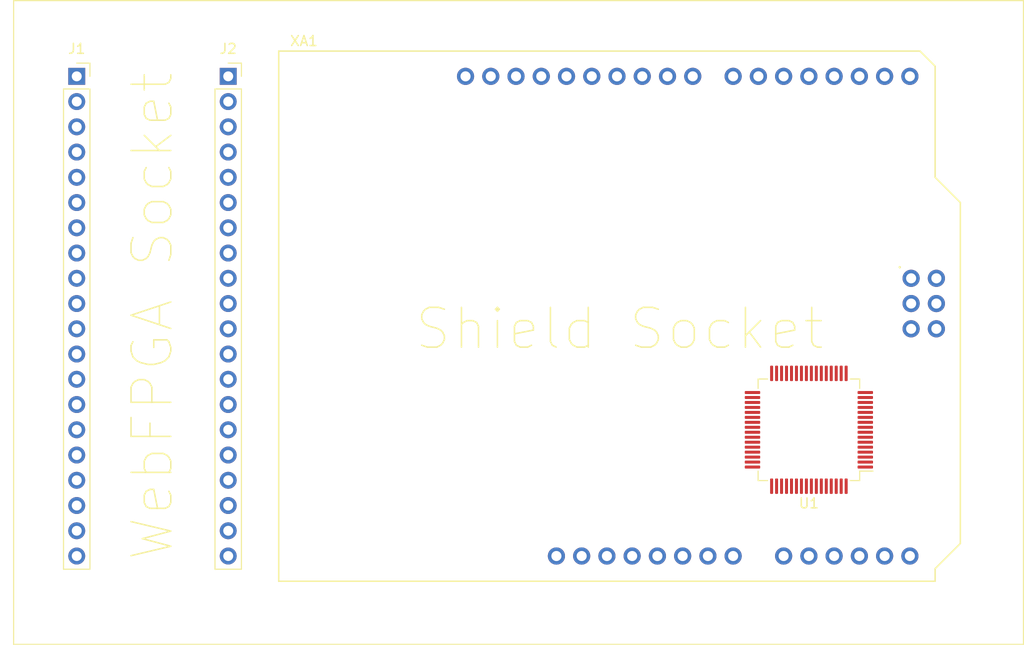
<source format=kicad_pcb>
(kicad_pcb (version 20171130) (host pcbnew 5.1.2)

  (general
    (thickness 1.6)
    (drawings 6)
    (tracks 0)
    (zones 0)
    (modules 4)
    (nets 116)
  )

  (page A4)
  (layers
    (0 F.Cu signal)
    (31 B.Cu signal)
    (32 B.Adhes user)
    (33 F.Adhes user)
    (34 B.Paste user)
    (35 F.Paste user)
    (36 B.SilkS user)
    (37 F.SilkS user)
    (38 B.Mask user)
    (39 F.Mask user)
    (40 Dwgs.User user)
    (41 Cmts.User user)
    (42 Eco1.User user)
    (43 Eco2.User user)
    (44 Edge.Cuts user)
    (45 Margin user)
    (46 B.CrtYd user)
    (47 F.CrtYd user)
    (48 B.Fab user)
    (49 F.Fab user)
  )

  (setup
    (last_trace_width 0.25)
    (trace_clearance 0.2)
    (zone_clearance 0.508)
    (zone_45_only no)
    (trace_min 0.2)
    (via_size 0.8)
    (via_drill 0.4)
    (via_min_size 0.4)
    (via_min_drill 0.3)
    (uvia_size 0.3)
    (uvia_drill 0.1)
    (uvias_allowed no)
    (uvia_min_size 0.2)
    (uvia_min_drill 0.1)
    (edge_width 0.05)
    (segment_width 0.2)
    (pcb_text_width 0.3)
    (pcb_text_size 1.5 1.5)
    (mod_edge_width 0.12)
    (mod_text_size 1 1)
    (mod_text_width 0.15)
    (pad_size 1.524 1.524)
    (pad_drill 0.762)
    (pad_to_mask_clearance 0.051)
    (solder_mask_min_width 0.25)
    (aux_axis_origin 0 0)
    (visible_elements FFFFFF7F)
    (pcbplotparams
      (layerselection 0x010fc_ffffffff)
      (usegerberextensions false)
      (usegerberattributes false)
      (usegerberadvancedattributes false)
      (creategerberjobfile false)
      (excludeedgelayer true)
      (linewidth 0.100000)
      (plotframeref false)
      (viasonmask false)
      (mode 1)
      (useauxorigin false)
      (hpglpennumber 1)
      (hpglpenspeed 20)
      (hpglpendiameter 15.000000)
      (psnegative false)
      (psa4output false)
      (plotreference true)
      (plotvalue true)
      (plotinvisibletext false)
      (padsonsilk false)
      (subtractmaskfromsilk false)
      (outputformat 1)
      (mirror false)
      (drillshape 1)
      (scaleselection 1)
      (outputdirectory ""))
  )

  (net 0 "")
  (net 1 "Net-(J1-Pad20)")
  (net 2 "Net-(J1-Pad19)")
  (net 3 "Net-(J1-Pad18)")
  (net 4 "Net-(J1-Pad17)")
  (net 5 "Net-(J1-Pad16)")
  (net 6 "Net-(J1-Pad15)")
  (net 7 "Net-(J1-Pad14)")
  (net 8 "Net-(J1-Pad13)")
  (net 9 "Net-(J1-Pad12)")
  (net 10 "Net-(J1-Pad11)")
  (net 11 "Net-(J1-Pad10)")
  (net 12 "Net-(J1-Pad9)")
  (net 13 "Net-(J1-Pad8)")
  (net 14 "Net-(J1-Pad7)")
  (net 15 "Net-(J1-Pad6)")
  (net 16 "Net-(J1-Pad5)")
  (net 17 "Net-(J1-Pad4)")
  (net 18 "Net-(J1-Pad3)")
  (net 19 "Net-(J1-Pad2)")
  (net 20 "Net-(J1-Pad1)")
  (net 21 "Net-(J2-Pad20)")
  (net 22 "Net-(J2-Pad19)")
  (net 23 "Net-(J2-Pad18)")
  (net 24 "Net-(J2-Pad17)")
  (net 25 "Net-(J2-Pad16)")
  (net 26 "Net-(J2-Pad15)")
  (net 27 "Net-(J2-Pad14)")
  (net 28 "Net-(J2-Pad13)")
  (net 29 "Net-(J2-Pad12)")
  (net 30 "Net-(J2-Pad11)")
  (net 31 "Net-(J2-Pad10)")
  (net 32 "Net-(J2-Pad9)")
  (net 33 "Net-(J2-Pad8)")
  (net 34 "Net-(J2-Pad7)")
  (net 35 "Net-(J2-Pad6)")
  (net 36 "Net-(J2-Pad5)")
  (net 37 "Net-(J2-Pad4)")
  (net 38 "Net-(J2-Pad3)")
  (net 39 "Net-(J2-Pad2)")
  (net 40 "Net-(J2-Pad1)")
  (net 41 "Net-(XA1-PadMISO)")
  (net 42 "Net-(XA1-PadD11)")
  (net 43 "Net-(XA1-PadD12)")
  (net 44 "Net-(XA1-PadD13)")
  (net 45 "Net-(XA1-PadSDA)")
  (net 46 "Net-(XA1-PadSCL)")
  (net 47 "Net-(XA1-PadD10)")
  (net 48 "Net-(XA1-PadD9)")
  (net 49 "Net-(XA1-PadD8)")
  (net 50 "Net-(XA1-PadD7)")
  (net 51 "Net-(XA1-PadD6)")
  (net 52 "Net-(XA1-PadD5)")
  (net 53 "Net-(XA1-PadD4)")
  (net 54 "Net-(XA1-PadD3)")
  (net 55 "Net-(XA1-PadD2)")
  (net 56 "Net-(XA1-PadD1)")
  (net 57 "Net-(XA1-PadD0)")
  (net 58 "Net-(XA1-PadIORF)")
  (net 59 "Net-(XA1-PadRST1)")
  (net 60 "Net-(XA1-Pad5V2)")
  (net 61 "Net-(XA1-PadSCK)")
  (net 62 "Net-(XA1-PadMOSI)")
  (net 63 "Net-(XA1-PadGND4)")
  (net 64 "Net-(XA1-PadRST2)")
  (net 65 "Net-(U1-Pad2)")
  (net 66 GND)
  (net 67 /A5)
  (net 68 /A4)
  (net 69 /A3)
  (net 70 /A2)
  (net 71 /A1)
  (net 72 /A0)
  (net 73 "Net-(U1-Pad48)")
  (net 74 "Net-(U1-Pad43)")
  (net 75 "Net-(U1-Pad45)")
  (net 76 "Net-(U1-Pad44)")
  (net 77 "Net-(U1-Pad42)")
  (net 78 "Net-(U1-Pad39)")
  (net 79 "Net-(U1-Pad38)")
  (net 80 "Net-(U1-Pad37)")
  (net 81 "Net-(U1-Pad36)")
  (net 82 "Net-(U1-Pad34)")
  (net 83 "Net-(U1-Pad33)")
  (net 84 "Net-(U1-Pad32)")
  (net 85 "Net-(U1-Pad31)")
  (net 86 "Net-(U1-Pad30)")
  (net 87 "Net-(U1-Pad29)")
  (net 88 "Net-(U1-Pad28)")
  (net 89 "Net-(U1-Pad27)")
  (net 90 "Net-(U1-Pad25)")
  (net 91 "Net-(U1-Pad24)")
  (net 92 "Net-(U1-Pad23)")
  (net 93 "Net-(U1-Pad22)")
  (net 94 "Net-(U1-Pad21)")
  (net 95 "Net-(U1-Pad20)")
  (net 96 "Net-(U1-Pad19)")
  (net 97 "Net-(U1-Pad18)")
  (net 98 "Net-(U1-Pad17)")
  (net 99 "Net-(U1-Pad16)")
  (net 100 "Net-(U1-Pad15)")
  (net 101 "Net-(U1-Pad14)")
  (net 102 "Net-(U1-Pad13)")
  (net 103 "Net-(U1-Pad12)")
  (net 104 "Net-(U1-Pad11)")
  (net 105 "Net-(U1-Pad10)")
  (net 106 "Net-(U1-Pad9)")
  (net 107 "Net-(U1-Pad8)")
  (net 108 "Net-(U1-Pad7)")
  (net 109 "Net-(U1-Pad6)")
  (net 110 "Net-(U1-Pad5)")
  (net 111 "Net-(U1-Pad4)")
  (net 112 "Net-(U1-Pad3)")
  (net 113 "Net-(U1-Pad1)")
  (net 114 +3V3)
  (net 115 +5V)

  (net_class Default "This is the default net class."
    (clearance 0.2)
    (trace_width 0.25)
    (via_dia 0.8)
    (via_drill 0.4)
    (uvia_dia 0.3)
    (uvia_drill 0.1)
    (add_net +3V3)
    (add_net +5V)
    (add_net /A0)
    (add_net /A1)
    (add_net /A2)
    (add_net /A3)
    (add_net /A4)
    (add_net /A5)
    (add_net GND)
    (add_net "Net-(J1-Pad1)")
    (add_net "Net-(J1-Pad10)")
    (add_net "Net-(J1-Pad11)")
    (add_net "Net-(J1-Pad12)")
    (add_net "Net-(J1-Pad13)")
    (add_net "Net-(J1-Pad14)")
    (add_net "Net-(J1-Pad15)")
    (add_net "Net-(J1-Pad16)")
    (add_net "Net-(J1-Pad17)")
    (add_net "Net-(J1-Pad18)")
    (add_net "Net-(J1-Pad19)")
    (add_net "Net-(J1-Pad2)")
    (add_net "Net-(J1-Pad20)")
    (add_net "Net-(J1-Pad3)")
    (add_net "Net-(J1-Pad4)")
    (add_net "Net-(J1-Pad5)")
    (add_net "Net-(J1-Pad6)")
    (add_net "Net-(J1-Pad7)")
    (add_net "Net-(J1-Pad8)")
    (add_net "Net-(J1-Pad9)")
    (add_net "Net-(J2-Pad1)")
    (add_net "Net-(J2-Pad10)")
    (add_net "Net-(J2-Pad11)")
    (add_net "Net-(J2-Pad12)")
    (add_net "Net-(J2-Pad13)")
    (add_net "Net-(J2-Pad14)")
    (add_net "Net-(J2-Pad15)")
    (add_net "Net-(J2-Pad16)")
    (add_net "Net-(J2-Pad17)")
    (add_net "Net-(J2-Pad18)")
    (add_net "Net-(J2-Pad19)")
    (add_net "Net-(J2-Pad2)")
    (add_net "Net-(J2-Pad20)")
    (add_net "Net-(J2-Pad3)")
    (add_net "Net-(J2-Pad4)")
    (add_net "Net-(J2-Pad5)")
    (add_net "Net-(J2-Pad6)")
    (add_net "Net-(J2-Pad7)")
    (add_net "Net-(J2-Pad8)")
    (add_net "Net-(J2-Pad9)")
    (add_net "Net-(U1-Pad1)")
    (add_net "Net-(U1-Pad10)")
    (add_net "Net-(U1-Pad11)")
    (add_net "Net-(U1-Pad12)")
    (add_net "Net-(U1-Pad13)")
    (add_net "Net-(U1-Pad14)")
    (add_net "Net-(U1-Pad15)")
    (add_net "Net-(U1-Pad16)")
    (add_net "Net-(U1-Pad17)")
    (add_net "Net-(U1-Pad18)")
    (add_net "Net-(U1-Pad19)")
    (add_net "Net-(U1-Pad2)")
    (add_net "Net-(U1-Pad20)")
    (add_net "Net-(U1-Pad21)")
    (add_net "Net-(U1-Pad22)")
    (add_net "Net-(U1-Pad23)")
    (add_net "Net-(U1-Pad24)")
    (add_net "Net-(U1-Pad25)")
    (add_net "Net-(U1-Pad27)")
    (add_net "Net-(U1-Pad28)")
    (add_net "Net-(U1-Pad29)")
    (add_net "Net-(U1-Pad3)")
    (add_net "Net-(U1-Pad30)")
    (add_net "Net-(U1-Pad31)")
    (add_net "Net-(U1-Pad32)")
    (add_net "Net-(U1-Pad33)")
    (add_net "Net-(U1-Pad34)")
    (add_net "Net-(U1-Pad36)")
    (add_net "Net-(U1-Pad37)")
    (add_net "Net-(U1-Pad38)")
    (add_net "Net-(U1-Pad39)")
    (add_net "Net-(U1-Pad4)")
    (add_net "Net-(U1-Pad42)")
    (add_net "Net-(U1-Pad43)")
    (add_net "Net-(U1-Pad44)")
    (add_net "Net-(U1-Pad45)")
    (add_net "Net-(U1-Pad48)")
    (add_net "Net-(U1-Pad5)")
    (add_net "Net-(U1-Pad6)")
    (add_net "Net-(U1-Pad7)")
    (add_net "Net-(U1-Pad8)")
    (add_net "Net-(U1-Pad9)")
    (add_net "Net-(XA1-Pad5V2)")
    (add_net "Net-(XA1-PadD0)")
    (add_net "Net-(XA1-PadD1)")
    (add_net "Net-(XA1-PadD10)")
    (add_net "Net-(XA1-PadD11)")
    (add_net "Net-(XA1-PadD12)")
    (add_net "Net-(XA1-PadD13)")
    (add_net "Net-(XA1-PadD2)")
    (add_net "Net-(XA1-PadD3)")
    (add_net "Net-(XA1-PadD4)")
    (add_net "Net-(XA1-PadD5)")
    (add_net "Net-(XA1-PadD6)")
    (add_net "Net-(XA1-PadD7)")
    (add_net "Net-(XA1-PadD8)")
    (add_net "Net-(XA1-PadD9)")
    (add_net "Net-(XA1-PadGND4)")
    (add_net "Net-(XA1-PadIORF)")
    (add_net "Net-(XA1-PadMISO)")
    (add_net "Net-(XA1-PadMOSI)")
    (add_net "Net-(XA1-PadRST1)")
    (add_net "Net-(XA1-PadRST2)")
    (add_net "Net-(XA1-PadSCK)")
    (add_net "Net-(XA1-PadSCL)")
    (add_net "Net-(XA1-PadSDA)")
  )

  (module Package_QFP:LQFP-64_10x10mm_P0.5mm (layer F.Cu) (tedit 5C194D4E) (tstamp 5D2453DF)
    (at 222.25 121.92 180)
    (descr "LQFP, 64 Pin (https://www.analog.com/media/en/technical-documentation/data-sheets/ad7606_7606-6_7606-4.pdf), generated with kicad-footprint-generator ipc_gullwing_generator.py")
    (tags "LQFP QFP")
    (path /5D2863B8)
    (attr smd)
    (fp_text reference U1 (at 0 -7.4) (layer F.SilkS)
      (effects (font (size 1 1) (thickness 0.15)))
    )
    (fp_text value AD7606-6 (at 0 7.4) (layer F.Fab)
      (effects (font (size 1 1) (thickness 0.15)))
    )
    (fp_text user %R (at 0 0) (layer F.Fab)
      (effects (font (size 1 1) (thickness 0.15)))
    )
    (fp_line (start 6.7 4.15) (end 6.7 0) (layer F.CrtYd) (width 0.05))
    (fp_line (start 5.25 4.15) (end 6.7 4.15) (layer F.CrtYd) (width 0.05))
    (fp_line (start 5.25 5.25) (end 5.25 4.15) (layer F.CrtYd) (width 0.05))
    (fp_line (start 4.15 5.25) (end 5.25 5.25) (layer F.CrtYd) (width 0.05))
    (fp_line (start 4.15 6.7) (end 4.15 5.25) (layer F.CrtYd) (width 0.05))
    (fp_line (start 0 6.7) (end 4.15 6.7) (layer F.CrtYd) (width 0.05))
    (fp_line (start -6.7 4.15) (end -6.7 0) (layer F.CrtYd) (width 0.05))
    (fp_line (start -5.25 4.15) (end -6.7 4.15) (layer F.CrtYd) (width 0.05))
    (fp_line (start -5.25 5.25) (end -5.25 4.15) (layer F.CrtYd) (width 0.05))
    (fp_line (start -4.15 5.25) (end -5.25 5.25) (layer F.CrtYd) (width 0.05))
    (fp_line (start -4.15 6.7) (end -4.15 5.25) (layer F.CrtYd) (width 0.05))
    (fp_line (start 0 6.7) (end -4.15 6.7) (layer F.CrtYd) (width 0.05))
    (fp_line (start 6.7 -4.15) (end 6.7 0) (layer F.CrtYd) (width 0.05))
    (fp_line (start 5.25 -4.15) (end 6.7 -4.15) (layer F.CrtYd) (width 0.05))
    (fp_line (start 5.25 -5.25) (end 5.25 -4.15) (layer F.CrtYd) (width 0.05))
    (fp_line (start 4.15 -5.25) (end 5.25 -5.25) (layer F.CrtYd) (width 0.05))
    (fp_line (start 4.15 -6.7) (end 4.15 -5.25) (layer F.CrtYd) (width 0.05))
    (fp_line (start 0 -6.7) (end 4.15 -6.7) (layer F.CrtYd) (width 0.05))
    (fp_line (start -6.7 -4.15) (end -6.7 0) (layer F.CrtYd) (width 0.05))
    (fp_line (start -5.25 -4.15) (end -6.7 -4.15) (layer F.CrtYd) (width 0.05))
    (fp_line (start -5.25 -5.25) (end -5.25 -4.15) (layer F.CrtYd) (width 0.05))
    (fp_line (start -4.15 -5.25) (end -5.25 -5.25) (layer F.CrtYd) (width 0.05))
    (fp_line (start -4.15 -6.7) (end -4.15 -5.25) (layer F.CrtYd) (width 0.05))
    (fp_line (start 0 -6.7) (end -4.15 -6.7) (layer F.CrtYd) (width 0.05))
    (fp_line (start -5 -4) (end -4 -5) (layer F.Fab) (width 0.1))
    (fp_line (start -5 5) (end -5 -4) (layer F.Fab) (width 0.1))
    (fp_line (start 5 5) (end -5 5) (layer F.Fab) (width 0.1))
    (fp_line (start 5 -5) (end 5 5) (layer F.Fab) (width 0.1))
    (fp_line (start -4 -5) (end 5 -5) (layer F.Fab) (width 0.1))
    (fp_line (start -5.11 -4.16) (end -6.45 -4.16) (layer F.SilkS) (width 0.12))
    (fp_line (start -5.11 -5.11) (end -5.11 -4.16) (layer F.SilkS) (width 0.12))
    (fp_line (start -4.16 -5.11) (end -5.11 -5.11) (layer F.SilkS) (width 0.12))
    (fp_line (start 5.11 -5.11) (end 5.11 -4.16) (layer F.SilkS) (width 0.12))
    (fp_line (start 4.16 -5.11) (end 5.11 -5.11) (layer F.SilkS) (width 0.12))
    (fp_line (start -5.11 5.11) (end -5.11 4.16) (layer F.SilkS) (width 0.12))
    (fp_line (start -4.16 5.11) (end -5.11 5.11) (layer F.SilkS) (width 0.12))
    (fp_line (start 5.11 5.11) (end 5.11 4.16) (layer F.SilkS) (width 0.12))
    (fp_line (start 4.16 5.11) (end 5.11 5.11) (layer F.SilkS) (width 0.12))
    (pad 64 smd roundrect (at -3.75 -5.675 180) (size 0.3 1.55) (layers F.Cu F.Paste F.Mask) (roundrect_rratio 0.25)
      (net 65 "Net-(U1-Pad2)"))
    (pad 63 smd roundrect (at -3.25 -5.675 180) (size 0.3 1.55) (layers F.Cu F.Paste F.Mask) (roundrect_rratio 0.25)
      (net 65 "Net-(U1-Pad2)"))
    (pad 62 smd roundrect (at -2.75 -5.675 180) (size 0.3 1.55) (layers F.Cu F.Paste F.Mask) (roundrect_rratio 0.25)
      (net 66 GND))
    (pad 61 smd roundrect (at -2.25 -5.675 180) (size 0.3 1.55) (layers F.Cu F.Paste F.Mask) (roundrect_rratio 0.25)
      (net 67 /A5))
    (pad 60 smd roundrect (at -1.75 -5.675 180) (size 0.3 1.55) (layers F.Cu F.Paste F.Mask) (roundrect_rratio 0.25)
      (net 66 GND))
    (pad 59 smd roundrect (at -1.25 -5.675 180) (size 0.3 1.55) (layers F.Cu F.Paste F.Mask) (roundrect_rratio 0.25)
      (net 68 /A4))
    (pad 58 smd roundrect (at -0.75 -5.675 180) (size 0.3 1.55) (layers F.Cu F.Paste F.Mask) (roundrect_rratio 0.25)
      (net 66 GND))
    (pad 57 smd roundrect (at -0.25 -5.675 180) (size 0.3 1.55) (layers F.Cu F.Paste F.Mask) (roundrect_rratio 0.25)
      (net 69 /A3))
    (pad 56 smd roundrect (at 0.25 -5.675 180) (size 0.3 1.55) (layers F.Cu F.Paste F.Mask) (roundrect_rratio 0.25)
      (net 65 "Net-(U1-Pad2)"))
    (pad 55 smd roundrect (at 0.75 -5.675 180) (size 0.3 1.55) (layers F.Cu F.Paste F.Mask) (roundrect_rratio 0.25)
      (net 65 "Net-(U1-Pad2)"))
    (pad 54 smd roundrect (at 1.25 -5.675 180) (size 0.3 1.55) (layers F.Cu F.Paste F.Mask) (roundrect_rratio 0.25)
      (net 66 GND))
    (pad 53 smd roundrect (at 1.75 -5.675 180) (size 0.3 1.55) (layers F.Cu F.Paste F.Mask) (roundrect_rratio 0.25)
      (net 70 /A2))
    (pad 52 smd roundrect (at 2.25 -5.675 180) (size 0.3 1.55) (layers F.Cu F.Paste F.Mask) (roundrect_rratio 0.25)
      (net 66 GND))
    (pad 51 smd roundrect (at 2.75 -5.675 180) (size 0.3 1.55) (layers F.Cu F.Paste F.Mask) (roundrect_rratio 0.25)
      (net 71 /A1))
    (pad 50 smd roundrect (at 3.25 -5.675 180) (size 0.3 1.55) (layers F.Cu F.Paste F.Mask) (roundrect_rratio 0.25)
      (net 66 GND))
    (pad 49 smd roundrect (at 3.75 -5.675 180) (size 0.3 1.55) (layers F.Cu F.Paste F.Mask) (roundrect_rratio 0.25)
      (net 72 /A0))
    (pad 48 smd roundrect (at 5.675 -3.75 180) (size 1.55 0.3) (layers F.Cu F.Paste F.Mask) (roundrect_rratio 0.25)
      (net 73 "Net-(U1-Pad48)"))
    (pad 47 smd roundrect (at 5.675 -3.25 180) (size 1.55 0.3) (layers F.Cu F.Paste F.Mask) (roundrect_rratio 0.25)
      (net 65 "Net-(U1-Pad2)"))
    (pad 46 smd roundrect (at 5.675 -2.75 180) (size 1.55 0.3) (layers F.Cu F.Paste F.Mask) (roundrect_rratio 0.25)
      (net 74 "Net-(U1-Pad43)"))
    (pad 45 smd roundrect (at 5.675 -2.25 180) (size 1.55 0.3) (layers F.Cu F.Paste F.Mask) (roundrect_rratio 0.25)
      (net 75 "Net-(U1-Pad45)"))
    (pad 44 smd roundrect (at 5.675 -1.75 180) (size 1.55 0.3) (layers F.Cu F.Paste F.Mask) (roundrect_rratio 0.25)
      (net 76 "Net-(U1-Pad44)"))
    (pad 43 smd roundrect (at 5.675 -1.25 180) (size 1.55 0.3) (layers F.Cu F.Paste F.Mask) (roundrect_rratio 0.25)
      (net 74 "Net-(U1-Pad43)"))
    (pad 42 smd roundrect (at 5.675 -0.75 180) (size 1.55 0.3) (layers F.Cu F.Paste F.Mask) (roundrect_rratio 0.25)
      (net 77 "Net-(U1-Pad42)"))
    (pad 41 smd roundrect (at 5.675 -0.25 180) (size 1.55 0.3) (layers F.Cu F.Paste F.Mask) (roundrect_rratio 0.25)
      (net 65 "Net-(U1-Pad2)"))
    (pad 40 smd roundrect (at 5.675 0.25 180) (size 1.55 0.3) (layers F.Cu F.Paste F.Mask) (roundrect_rratio 0.25)
      (net 65 "Net-(U1-Pad2)"))
    (pad 39 smd roundrect (at 5.675 0.75 180) (size 1.55 0.3) (layers F.Cu F.Paste F.Mask) (roundrect_rratio 0.25)
      (net 78 "Net-(U1-Pad39)"))
    (pad 38 smd roundrect (at 5.675 1.25 180) (size 1.55 0.3) (layers F.Cu F.Paste F.Mask) (roundrect_rratio 0.25)
      (net 79 "Net-(U1-Pad38)"))
    (pad 37 smd roundrect (at 5.675 1.75 180) (size 1.55 0.3) (layers F.Cu F.Paste F.Mask) (roundrect_rratio 0.25)
      (net 80 "Net-(U1-Pad37)"))
    (pad 36 smd roundrect (at 5.675 2.25 180) (size 1.55 0.3) (layers F.Cu F.Paste F.Mask) (roundrect_rratio 0.25)
      (net 81 "Net-(U1-Pad36)"))
    (pad 35 smd roundrect (at 5.675 2.75 180) (size 1.55 0.3) (layers F.Cu F.Paste F.Mask) (roundrect_rratio 0.25)
      (net 65 "Net-(U1-Pad2)"))
    (pad 34 smd roundrect (at 5.675 3.25 180) (size 1.55 0.3) (layers F.Cu F.Paste F.Mask) (roundrect_rratio 0.25)
      (net 82 "Net-(U1-Pad34)"))
    (pad 33 smd roundrect (at 5.675 3.75 180) (size 1.55 0.3) (layers F.Cu F.Paste F.Mask) (roundrect_rratio 0.25)
      (net 83 "Net-(U1-Pad33)"))
    (pad 32 smd roundrect (at 3.75 5.675 180) (size 0.3 1.55) (layers F.Cu F.Paste F.Mask) (roundrect_rratio 0.25)
      (net 84 "Net-(U1-Pad32)"))
    (pad 31 smd roundrect (at 3.25 5.675 180) (size 0.3 1.55) (layers F.Cu F.Paste F.Mask) (roundrect_rratio 0.25)
      (net 85 "Net-(U1-Pad31)"))
    (pad 30 smd roundrect (at 2.75 5.675 180) (size 0.3 1.55) (layers F.Cu F.Paste F.Mask) (roundrect_rratio 0.25)
      (net 86 "Net-(U1-Pad30)"))
    (pad 29 smd roundrect (at 2.25 5.675 180) (size 0.3 1.55) (layers F.Cu F.Paste F.Mask) (roundrect_rratio 0.25)
      (net 87 "Net-(U1-Pad29)"))
    (pad 28 smd roundrect (at 1.75 5.675 180) (size 0.3 1.55) (layers F.Cu F.Paste F.Mask) (roundrect_rratio 0.25)
      (net 88 "Net-(U1-Pad28)"))
    (pad 27 smd roundrect (at 1.25 5.675 180) (size 0.3 1.55) (layers F.Cu F.Paste F.Mask) (roundrect_rratio 0.25)
      (net 89 "Net-(U1-Pad27)"))
    (pad 26 smd roundrect (at 0.75 5.675 180) (size 0.3 1.55) (layers F.Cu F.Paste F.Mask) (roundrect_rratio 0.25)
      (net 65 "Net-(U1-Pad2)"))
    (pad 25 smd roundrect (at 0.25 5.675 180) (size 0.3 1.55) (layers F.Cu F.Paste F.Mask) (roundrect_rratio 0.25)
      (net 90 "Net-(U1-Pad25)"))
    (pad 24 smd roundrect (at -0.25 5.675 180) (size 0.3 1.55) (layers F.Cu F.Paste F.Mask) (roundrect_rratio 0.25)
      (net 91 "Net-(U1-Pad24)"))
    (pad 23 smd roundrect (at -0.75 5.675 180) (size 0.3 1.55) (layers F.Cu F.Paste F.Mask) (roundrect_rratio 0.25)
      (net 92 "Net-(U1-Pad23)"))
    (pad 22 smd roundrect (at -1.25 5.675 180) (size 0.3 1.55) (layers F.Cu F.Paste F.Mask) (roundrect_rratio 0.25)
      (net 93 "Net-(U1-Pad22)"))
    (pad 21 smd roundrect (at -1.75 5.675 180) (size 0.3 1.55) (layers F.Cu F.Paste F.Mask) (roundrect_rratio 0.25)
      (net 94 "Net-(U1-Pad21)"))
    (pad 20 smd roundrect (at -2.25 5.675 180) (size 0.3 1.55) (layers F.Cu F.Paste F.Mask) (roundrect_rratio 0.25)
      (net 95 "Net-(U1-Pad20)"))
    (pad 19 smd roundrect (at -2.75 5.675 180) (size 0.3 1.55) (layers F.Cu F.Paste F.Mask) (roundrect_rratio 0.25)
      (net 96 "Net-(U1-Pad19)"))
    (pad 18 smd roundrect (at -3.25 5.675 180) (size 0.3 1.55) (layers F.Cu F.Paste F.Mask) (roundrect_rratio 0.25)
      (net 97 "Net-(U1-Pad18)"))
    (pad 17 smd roundrect (at -3.75 5.675 180) (size 0.3 1.55) (layers F.Cu F.Paste F.Mask) (roundrect_rratio 0.25)
      (net 98 "Net-(U1-Pad17)"))
    (pad 16 smd roundrect (at -5.675 3.75 180) (size 1.55 0.3) (layers F.Cu F.Paste F.Mask) (roundrect_rratio 0.25)
      (net 99 "Net-(U1-Pad16)"))
    (pad 15 smd roundrect (at -5.675 3.25 180) (size 1.55 0.3) (layers F.Cu F.Paste F.Mask) (roundrect_rratio 0.25)
      (net 100 "Net-(U1-Pad15)"))
    (pad 14 smd roundrect (at -5.675 2.75 180) (size 1.55 0.3) (layers F.Cu F.Paste F.Mask) (roundrect_rratio 0.25)
      (net 101 "Net-(U1-Pad14)"))
    (pad 13 smd roundrect (at -5.675 2.25 180) (size 1.55 0.3) (layers F.Cu F.Paste F.Mask) (roundrect_rratio 0.25)
      (net 102 "Net-(U1-Pad13)"))
    (pad 12 smd roundrect (at -5.675 1.75 180) (size 1.55 0.3) (layers F.Cu F.Paste F.Mask) (roundrect_rratio 0.25)
      (net 103 "Net-(U1-Pad12)"))
    (pad 11 smd roundrect (at -5.675 1.25 180) (size 1.55 0.3) (layers F.Cu F.Paste F.Mask) (roundrect_rratio 0.25)
      (net 104 "Net-(U1-Pad11)"))
    (pad 10 smd roundrect (at -5.675 0.75 180) (size 1.55 0.3) (layers F.Cu F.Paste F.Mask) (roundrect_rratio 0.25)
      (net 105 "Net-(U1-Pad10)"))
    (pad 9 smd roundrect (at -5.675 0.25 180) (size 1.55 0.3) (layers F.Cu F.Paste F.Mask) (roundrect_rratio 0.25)
      (net 106 "Net-(U1-Pad9)"))
    (pad 8 smd roundrect (at -5.675 -0.25 180) (size 1.55 0.3) (layers F.Cu F.Paste F.Mask) (roundrect_rratio 0.25)
      (net 107 "Net-(U1-Pad8)"))
    (pad 7 smd roundrect (at -5.675 -0.75 180) (size 1.55 0.3) (layers F.Cu F.Paste F.Mask) (roundrect_rratio 0.25)
      (net 108 "Net-(U1-Pad7)"))
    (pad 6 smd roundrect (at -5.675 -1.25 180) (size 1.55 0.3) (layers F.Cu F.Paste F.Mask) (roundrect_rratio 0.25)
      (net 109 "Net-(U1-Pad6)"))
    (pad 5 smd roundrect (at -5.675 -1.75 180) (size 1.55 0.3) (layers F.Cu F.Paste F.Mask) (roundrect_rratio 0.25)
      (net 110 "Net-(U1-Pad5)"))
    (pad 4 smd roundrect (at -5.675 -2.25 180) (size 1.55 0.3) (layers F.Cu F.Paste F.Mask) (roundrect_rratio 0.25)
      (net 111 "Net-(U1-Pad4)"))
    (pad 3 smd roundrect (at -5.675 -2.75 180) (size 1.55 0.3) (layers F.Cu F.Paste F.Mask) (roundrect_rratio 0.25)
      (net 112 "Net-(U1-Pad3)"))
    (pad 2 smd roundrect (at -5.675 -3.25 180) (size 1.55 0.3) (layers F.Cu F.Paste F.Mask) (roundrect_rratio 0.25)
      (net 65 "Net-(U1-Pad2)"))
    (pad 1 smd roundrect (at -5.675 -3.75 180) (size 1.55 0.3) (layers F.Cu F.Paste F.Mask) (roundrect_rratio 0.25)
      (net 113 "Net-(U1-Pad1)"))
    (model ${KISYS3DMOD}/Package_QFP.3dshapes/LQFP-64_10x10mm_P0.5mm.wrl
      (at (xyz 0 0 0))
      (scale (xyz 1 1 1))
      (rotate (xyz 0 0 0))
    )
  )

  (module Connector_PinSocket_2.54mm:PinSocket_1x20_P2.54mm_Vertical (layer F.Cu) (tedit 5A19A41E) (tstamp 5D240688)
    (at 163.83 86.36)
    (descr "Through hole straight socket strip, 1x20, 2.54mm pitch, single row (from Kicad 4.0.7), script generated")
    (tags "Through hole socket strip THT 1x20 2.54mm single row")
    (path /5D24323D)
    (fp_text reference J2 (at 0 -2.77) (layer F.SilkS)
      (effects (font (size 1 1) (thickness 0.15)))
    )
    (fp_text value Conn_01x20_Female (at 0 51.03) (layer F.Fab)
      (effects (font (size 1 1) (thickness 0.15)))
    )
    (fp_text user %R (at 0 24.13 90) (layer F.Fab)
      (effects (font (size 1 1) (thickness 0.15)))
    )
    (fp_line (start -1.8 50) (end -1.8 -1.8) (layer F.CrtYd) (width 0.05))
    (fp_line (start 1.75 50) (end -1.8 50) (layer F.CrtYd) (width 0.05))
    (fp_line (start 1.75 -1.8) (end 1.75 50) (layer F.CrtYd) (width 0.05))
    (fp_line (start -1.8 -1.8) (end 1.75 -1.8) (layer F.CrtYd) (width 0.05))
    (fp_line (start 0 -1.33) (end 1.33 -1.33) (layer F.SilkS) (width 0.12))
    (fp_line (start 1.33 -1.33) (end 1.33 0) (layer F.SilkS) (width 0.12))
    (fp_line (start 1.33 1.27) (end 1.33 49.59) (layer F.SilkS) (width 0.12))
    (fp_line (start -1.33 49.59) (end 1.33 49.59) (layer F.SilkS) (width 0.12))
    (fp_line (start -1.33 1.27) (end -1.33 49.59) (layer F.SilkS) (width 0.12))
    (fp_line (start -1.33 1.27) (end 1.33 1.27) (layer F.SilkS) (width 0.12))
    (fp_line (start -1.27 49.53) (end -1.27 -1.27) (layer F.Fab) (width 0.1))
    (fp_line (start 1.27 49.53) (end -1.27 49.53) (layer F.Fab) (width 0.1))
    (fp_line (start 1.27 -0.635) (end 1.27 49.53) (layer F.Fab) (width 0.1))
    (fp_line (start 0.635 -1.27) (end 1.27 -0.635) (layer F.Fab) (width 0.1))
    (fp_line (start -1.27 -1.27) (end 0.635 -1.27) (layer F.Fab) (width 0.1))
    (pad 20 thru_hole oval (at 0 48.26) (size 1.7 1.7) (drill 1) (layers *.Cu *.Mask)
      (net 21 "Net-(J2-Pad20)"))
    (pad 19 thru_hole oval (at 0 45.72) (size 1.7 1.7) (drill 1) (layers *.Cu *.Mask)
      (net 22 "Net-(J2-Pad19)"))
    (pad 18 thru_hole oval (at 0 43.18) (size 1.7 1.7) (drill 1) (layers *.Cu *.Mask)
      (net 23 "Net-(J2-Pad18)"))
    (pad 17 thru_hole oval (at 0 40.64) (size 1.7 1.7) (drill 1) (layers *.Cu *.Mask)
      (net 24 "Net-(J2-Pad17)"))
    (pad 16 thru_hole oval (at 0 38.1) (size 1.7 1.7) (drill 1) (layers *.Cu *.Mask)
      (net 25 "Net-(J2-Pad16)"))
    (pad 15 thru_hole oval (at 0 35.56) (size 1.7 1.7) (drill 1) (layers *.Cu *.Mask)
      (net 26 "Net-(J2-Pad15)"))
    (pad 14 thru_hole oval (at 0 33.02) (size 1.7 1.7) (drill 1) (layers *.Cu *.Mask)
      (net 27 "Net-(J2-Pad14)"))
    (pad 13 thru_hole oval (at 0 30.48) (size 1.7 1.7) (drill 1) (layers *.Cu *.Mask)
      (net 28 "Net-(J2-Pad13)"))
    (pad 12 thru_hole oval (at 0 27.94) (size 1.7 1.7) (drill 1) (layers *.Cu *.Mask)
      (net 29 "Net-(J2-Pad12)"))
    (pad 11 thru_hole oval (at 0 25.4) (size 1.7 1.7) (drill 1) (layers *.Cu *.Mask)
      (net 30 "Net-(J2-Pad11)"))
    (pad 10 thru_hole oval (at 0 22.86) (size 1.7 1.7) (drill 1) (layers *.Cu *.Mask)
      (net 31 "Net-(J2-Pad10)"))
    (pad 9 thru_hole oval (at 0 20.32) (size 1.7 1.7) (drill 1) (layers *.Cu *.Mask)
      (net 32 "Net-(J2-Pad9)"))
    (pad 8 thru_hole oval (at 0 17.78) (size 1.7 1.7) (drill 1) (layers *.Cu *.Mask)
      (net 33 "Net-(J2-Pad8)"))
    (pad 7 thru_hole oval (at 0 15.24) (size 1.7 1.7) (drill 1) (layers *.Cu *.Mask)
      (net 34 "Net-(J2-Pad7)"))
    (pad 6 thru_hole oval (at 0 12.7) (size 1.7 1.7) (drill 1) (layers *.Cu *.Mask)
      (net 35 "Net-(J2-Pad6)"))
    (pad 5 thru_hole oval (at 0 10.16) (size 1.7 1.7) (drill 1) (layers *.Cu *.Mask)
      (net 36 "Net-(J2-Pad5)"))
    (pad 4 thru_hole oval (at 0 7.62) (size 1.7 1.7) (drill 1) (layers *.Cu *.Mask)
      (net 37 "Net-(J2-Pad4)"))
    (pad 3 thru_hole oval (at 0 5.08) (size 1.7 1.7) (drill 1) (layers *.Cu *.Mask)
      (net 38 "Net-(J2-Pad3)"))
    (pad 2 thru_hole oval (at 0 2.54) (size 1.7 1.7) (drill 1) (layers *.Cu *.Mask)
      (net 39 "Net-(J2-Pad2)"))
    (pad 1 thru_hole rect (at 0 0) (size 1.7 1.7) (drill 1) (layers *.Cu *.Mask)
      (net 40 "Net-(J2-Pad1)"))
    (model ${KISYS3DMOD}/Connector_PinSocket_2.54mm.3dshapes/PinSocket_1x20_P2.54mm_Vertical.wrl
      (at (xyz 0 0 0))
      (scale (xyz 1 1 1))
      (rotate (xyz 0 0 0))
    )
  )

  (module Connector_PinSocket_2.54mm:PinSocket_1x20_P2.54mm_Vertical (layer F.Cu) (tedit 5A19A41E) (tstamp 5D24056B)
    (at 148.59 86.36)
    (descr "Through hole straight socket strip, 1x20, 2.54mm pitch, single row (from Kicad 4.0.7), script generated")
    (tags "Through hole socket strip THT 1x20 2.54mm single row")
    (path /5D241A8C)
    (fp_text reference J1 (at 0 -2.77) (layer F.SilkS)
      (effects (font (size 1 1) (thickness 0.15)))
    )
    (fp_text value Conn_01x20_Female (at 0 51.03) (layer F.Fab)
      (effects (font (size 1 1) (thickness 0.15)))
    )
    (fp_text user %R (at 0 24.13 90) (layer F.Fab)
      (effects (font (size 1 1) (thickness 0.15)))
    )
    (fp_line (start -1.8 50) (end -1.8 -1.8) (layer F.CrtYd) (width 0.05))
    (fp_line (start 1.75 50) (end -1.8 50) (layer F.CrtYd) (width 0.05))
    (fp_line (start 1.75 -1.8) (end 1.75 50) (layer F.CrtYd) (width 0.05))
    (fp_line (start -1.8 -1.8) (end 1.75 -1.8) (layer F.CrtYd) (width 0.05))
    (fp_line (start 0 -1.33) (end 1.33 -1.33) (layer F.SilkS) (width 0.12))
    (fp_line (start 1.33 -1.33) (end 1.33 0) (layer F.SilkS) (width 0.12))
    (fp_line (start 1.33 1.27) (end 1.33 49.59) (layer F.SilkS) (width 0.12))
    (fp_line (start -1.33 49.59) (end 1.33 49.59) (layer F.SilkS) (width 0.12))
    (fp_line (start -1.33 1.27) (end -1.33 49.59) (layer F.SilkS) (width 0.12))
    (fp_line (start -1.33 1.27) (end 1.33 1.27) (layer F.SilkS) (width 0.12))
    (fp_line (start -1.27 49.53) (end -1.27 -1.27) (layer F.Fab) (width 0.1))
    (fp_line (start 1.27 49.53) (end -1.27 49.53) (layer F.Fab) (width 0.1))
    (fp_line (start 1.27 -0.635) (end 1.27 49.53) (layer F.Fab) (width 0.1))
    (fp_line (start 0.635 -1.27) (end 1.27 -0.635) (layer F.Fab) (width 0.1))
    (fp_line (start -1.27 -1.27) (end 0.635 -1.27) (layer F.Fab) (width 0.1))
    (pad 20 thru_hole oval (at 0 48.26) (size 1.7 1.7) (drill 1) (layers *.Cu *.Mask)
      (net 1 "Net-(J1-Pad20)"))
    (pad 19 thru_hole oval (at 0 45.72) (size 1.7 1.7) (drill 1) (layers *.Cu *.Mask)
      (net 2 "Net-(J1-Pad19)"))
    (pad 18 thru_hole oval (at 0 43.18) (size 1.7 1.7) (drill 1) (layers *.Cu *.Mask)
      (net 3 "Net-(J1-Pad18)"))
    (pad 17 thru_hole oval (at 0 40.64) (size 1.7 1.7) (drill 1) (layers *.Cu *.Mask)
      (net 4 "Net-(J1-Pad17)"))
    (pad 16 thru_hole oval (at 0 38.1) (size 1.7 1.7) (drill 1) (layers *.Cu *.Mask)
      (net 5 "Net-(J1-Pad16)"))
    (pad 15 thru_hole oval (at 0 35.56) (size 1.7 1.7) (drill 1) (layers *.Cu *.Mask)
      (net 6 "Net-(J1-Pad15)"))
    (pad 14 thru_hole oval (at 0 33.02) (size 1.7 1.7) (drill 1) (layers *.Cu *.Mask)
      (net 7 "Net-(J1-Pad14)"))
    (pad 13 thru_hole oval (at 0 30.48) (size 1.7 1.7) (drill 1) (layers *.Cu *.Mask)
      (net 8 "Net-(J1-Pad13)"))
    (pad 12 thru_hole oval (at 0 27.94) (size 1.7 1.7) (drill 1) (layers *.Cu *.Mask)
      (net 9 "Net-(J1-Pad12)"))
    (pad 11 thru_hole oval (at 0 25.4) (size 1.7 1.7) (drill 1) (layers *.Cu *.Mask)
      (net 10 "Net-(J1-Pad11)"))
    (pad 10 thru_hole oval (at 0 22.86) (size 1.7 1.7) (drill 1) (layers *.Cu *.Mask)
      (net 11 "Net-(J1-Pad10)"))
    (pad 9 thru_hole oval (at 0 20.32) (size 1.7 1.7) (drill 1) (layers *.Cu *.Mask)
      (net 12 "Net-(J1-Pad9)"))
    (pad 8 thru_hole oval (at 0 17.78) (size 1.7 1.7) (drill 1) (layers *.Cu *.Mask)
      (net 13 "Net-(J1-Pad8)"))
    (pad 7 thru_hole oval (at 0 15.24) (size 1.7 1.7) (drill 1) (layers *.Cu *.Mask)
      (net 14 "Net-(J1-Pad7)"))
    (pad 6 thru_hole oval (at 0 12.7) (size 1.7 1.7) (drill 1) (layers *.Cu *.Mask)
      (net 15 "Net-(J1-Pad6)"))
    (pad 5 thru_hole oval (at 0 10.16) (size 1.7 1.7) (drill 1) (layers *.Cu *.Mask)
      (net 16 "Net-(J1-Pad5)"))
    (pad 4 thru_hole oval (at 0 7.62) (size 1.7 1.7) (drill 1) (layers *.Cu *.Mask)
      (net 17 "Net-(J1-Pad4)"))
    (pad 3 thru_hole oval (at 0 5.08) (size 1.7 1.7) (drill 1) (layers *.Cu *.Mask)
      (net 18 "Net-(J1-Pad3)"))
    (pad 2 thru_hole oval (at 0 2.54) (size 1.7 1.7) (drill 1) (layers *.Cu *.Mask)
      (net 19 "Net-(J1-Pad2)"))
    (pad 1 thru_hole rect (at 0 0) (size 1.7 1.7) (drill 1) (layers *.Cu *.Mask)
      (net 20 "Net-(J1-Pad1)"))
    (model ${KISYS3DMOD}/Connector_PinSocket_2.54mm.3dshapes/PinSocket_1x20_P2.54mm_Vertical.wrl
      (at (xyz 0 0 0))
      (scale (xyz 1 1 1))
      (rotate (xyz 0 0 0))
    )
  )

  (module arduino-kicad-library:Arduino_Uno_Shield (layer F.Cu) (tedit 5A8605EC) (tstamp 5D2406C8)
    (at 168.91 137.16)
    (descr https://store.arduino.cc/arduino-uno-rev3)
    (path /5D23D0D9)
    (fp_text reference XA1 (at 2.54 -54.356) (layer F.SilkS)
      (effects (font (size 1 1) (thickness 0.15)))
    )
    (fp_text value Arduino_Uno_Shield (at 15.494 -54.356) (layer F.Fab)
      (effects (font (size 1 1) (thickness 0.15)))
    )
    (fp_line (start 0 -53.34) (end 64.516 -53.34) (layer F.SilkS) (width 0.15))
    (fp_line (start 0 0) (end 66.04 0) (layer F.SilkS) (width 0.15))
    (fp_line (start 64.516 -53.34) (end 66.04 -51.816) (layer F.SilkS) (width 0.15))
    (fp_line (start 66.04 0) (end 66.04 -1.27) (layer F.SilkS) (width 0.15))
    (fp_line (start 66.04 -1.27) (end 68.58 -3.81) (layer F.SilkS) (width 0.15))
    (fp_line (start 68.58 -3.81) (end 68.58 -38.1) (layer F.SilkS) (width 0.15))
    (fp_line (start 68.58 -38.1) (end 66.04 -40.64) (layer F.SilkS) (width 0.15))
    (fp_line (start 66.04 -40.64) (end 66.04 -51.816) (layer F.SilkS) (width 0.15))
    (fp_line (start 0 -53.34) (end 0 0) (layer F.SilkS) (width 0.15))
    (fp_line (start -1.905 -12.065) (end 11.43 -12.065) (layer B.CrtYd) (width 0.15))
    (fp_line (start -1.905 -12.065) (end -1.905 -3.175) (layer B.CrtYd) (width 0.15))
    (fp_line (start -1.905 -3.175) (end 11.43 -3.175) (layer B.CrtYd) (width 0.15))
    (fp_line (start 11.43 -12.065) (end 11.43 -3.175) (layer B.CrtYd) (width 0.15))
    (fp_text user . (at 62.484 -32.004) (layer F.SilkS)
      (effects (font (size 1 1) (thickness 0.15)))
    )
    (fp_line (start -6.35 -43.815) (end -6.35 -32.385) (layer B.CrtYd) (width 0.15))
    (fp_line (start 9.525 -43.815) (end 9.525 -32.385) (layer B.CrtYd) (width 0.15))
    (fp_line (start 9.525 -43.815) (end -6.35 -43.815) (layer B.CrtYd) (width 0.15))
    (fp_line (start 9.525 -32.385) (end -6.35 -32.385) (layer B.CrtYd) (width 0.15))
    (pad MISO thru_hole oval (at 63.627 -30.48) (size 1.7272 1.7272) (drill 1.016) (layers *.Cu *.Mask)
      (net 41 "Net-(XA1-PadMISO)"))
    (pad A5 thru_hole oval (at 63.5 -2.54) (size 1.7272 1.7272) (drill 1.016) (layers *.Cu *.Mask)
      (net 67 /A5))
    (pad A4 thru_hole oval (at 60.96 -2.54) (size 1.7272 1.7272) (drill 1.016) (layers *.Cu *.Mask)
      (net 68 /A4))
    (pad A3 thru_hole oval (at 58.42 -2.54) (size 1.7272 1.7272) (drill 1.016) (layers *.Cu *.Mask)
      (net 69 /A3))
    (pad A2 thru_hole oval (at 55.88 -2.54) (size 1.7272 1.7272) (drill 1.016) (layers *.Cu *.Mask)
      (net 70 /A2))
    (pad A1 thru_hole oval (at 53.34 -2.54) (size 1.7272 1.7272) (drill 1.016) (layers *.Cu *.Mask)
      (net 71 /A1))
    (pad "" thru_hole oval (at 27.94 -2.54) (size 1.7272 1.7272) (drill 1.016) (layers *.Cu *.Mask))
    (pad D11 thru_hole oval (at 34.036 -50.8) (size 1.7272 1.7272) (drill 1.016) (layers *.Cu *.Mask)
      (net 42 "Net-(XA1-PadD11)"))
    (pad D12 thru_hole oval (at 31.496 -50.8) (size 1.7272 1.7272) (drill 1.016) (layers *.Cu *.Mask)
      (net 43 "Net-(XA1-PadD12)"))
    (pad D13 thru_hole oval (at 28.956 -50.8) (size 1.7272 1.7272) (drill 1.016) (layers *.Cu *.Mask)
      (net 44 "Net-(XA1-PadD13)"))
    (pad AREF thru_hole oval (at 23.876 -50.8) (size 1.7272 1.7272) (drill 1.016) (layers *.Cu *.Mask)
      (net 66 GND))
    (pad SDA thru_hole oval (at 21.336 -50.8) (size 1.7272 1.7272) (drill 1.016) (layers *.Cu *.Mask)
      (net 45 "Net-(XA1-PadSDA)"))
    (pad SCL thru_hole oval (at 18.796 -50.8) (size 1.7272 1.7272) (drill 1.016) (layers *.Cu *.Mask)
      (net 46 "Net-(XA1-PadSCL)"))
    (pad "" np_thru_hole circle (at 13.97 -2.54) (size 3.2 3.2) (drill 3.2) (layers *.Cu *.Mask))
    (pad "" np_thru_hole circle (at 15.24 -50.8) (size 3.2 3.2) (drill 3.2) (layers *.Cu *.Mask))
    (pad "" np_thru_hole circle (at 66.04 -35.56) (size 3.2 3.2) (drill 3.2) (layers *.Cu *.Mask))
    (pad "" np_thru_hole circle (at 66.04 -7.62) (size 3.2 3.2) (drill 3.2) (layers *.Cu *.Mask))
    (pad D10 thru_hole oval (at 36.576 -50.8) (size 1.7272 1.7272) (drill 1.016) (layers *.Cu *.Mask)
      (net 47 "Net-(XA1-PadD10)"))
    (pad D9 thru_hole oval (at 39.116 -50.8) (size 1.7272 1.7272) (drill 1.016) (layers *.Cu *.Mask)
      (net 48 "Net-(XA1-PadD9)"))
    (pad D8 thru_hole oval (at 41.656 -50.8) (size 1.7272 1.7272) (drill 1.016) (layers *.Cu *.Mask)
      (net 49 "Net-(XA1-PadD8)"))
    (pad GND1 thru_hole oval (at 26.416 -50.8) (size 1.7272 1.7272) (drill 1.016) (layers *.Cu *.Mask)
      (net 66 GND))
    (pad D7 thru_hole oval (at 45.72 -50.8) (size 1.7272 1.7272) (drill 1.016) (layers *.Cu *.Mask)
      (net 50 "Net-(XA1-PadD7)"))
    (pad D6 thru_hole oval (at 48.26 -50.8) (size 1.7272 1.7272) (drill 1.016) (layers *.Cu *.Mask)
      (net 51 "Net-(XA1-PadD6)"))
    (pad D5 thru_hole oval (at 50.8 -50.8) (size 1.7272 1.7272) (drill 1.016) (layers *.Cu *.Mask)
      (net 52 "Net-(XA1-PadD5)"))
    (pad D4 thru_hole oval (at 53.34 -50.8) (size 1.7272 1.7272) (drill 1.016) (layers *.Cu *.Mask)
      (net 53 "Net-(XA1-PadD4)"))
    (pad D3 thru_hole oval (at 55.88 -50.8) (size 1.7272 1.7272) (drill 1.016) (layers *.Cu *.Mask)
      (net 54 "Net-(XA1-PadD3)"))
    (pad D2 thru_hole oval (at 58.42 -50.8) (size 1.7272 1.7272) (drill 1.016) (layers *.Cu *.Mask)
      (net 55 "Net-(XA1-PadD2)"))
    (pad D1 thru_hole oval (at 60.96 -50.8) (size 1.7272 1.7272) (drill 1.016) (layers *.Cu *.Mask)
      (net 56 "Net-(XA1-PadD1)"))
    (pad D0 thru_hole oval (at 63.5 -50.8) (size 1.7272 1.7272) (drill 1.016) (layers *.Cu *.Mask)
      (net 57 "Net-(XA1-PadD0)"))
    (pad IORF thru_hole oval (at 30.48 -2.54) (size 1.7272 1.7272) (drill 1.016) (layers *.Cu *.Mask)
      (net 58 "Net-(XA1-PadIORF)"))
    (pad RST1 thru_hole oval (at 33.02 -2.54) (size 1.7272 1.7272) (drill 1.016) (layers *.Cu *.Mask)
      (net 59 "Net-(XA1-PadRST1)"))
    (pad 3V3 thru_hole oval (at 35.56 -2.54) (size 1.7272 1.7272) (drill 1.016) (layers *.Cu *.Mask)
      (net 114 +3V3))
    (pad 5V1 thru_hole oval (at 38.1 -2.54) (size 1.7272 1.7272) (drill 1.016) (layers *.Cu *.Mask)
      (net 115 +5V))
    (pad GND2 thru_hole oval (at 40.64 -2.54) (size 1.7272 1.7272) (drill 1.016) (layers *.Cu *.Mask)
      (net 66 GND))
    (pad GND3 thru_hole oval (at 43.18 -2.54) (size 1.7272 1.7272) (drill 1.016) (layers *.Cu *.Mask)
      (net 66 GND))
    (pad VIN thru_hole oval (at 45.72 -2.54) (size 1.7272 1.7272) (drill 1.016) (layers *.Cu *.Mask)
      (net 115 +5V))
    (pad A0 thru_hole oval (at 50.8 -2.54) (size 1.7272 1.7272) (drill 1.016) (layers *.Cu *.Mask)
      (net 72 /A0))
    (pad 5V2 thru_hole oval (at 66.167 -30.48) (size 1.7272 1.7272) (drill 1.016) (layers *.Cu *.Mask)
      (net 60 "Net-(XA1-Pad5V2)"))
    (pad SCK thru_hole oval (at 63.627 -27.94) (size 1.7272 1.7272) (drill 1.016) (layers *.Cu *.Mask)
      (net 61 "Net-(XA1-PadSCK)"))
    (pad MOSI thru_hole oval (at 66.167 -27.94) (size 1.7272 1.7272) (drill 1.016) (layers *.Cu *.Mask)
      (net 62 "Net-(XA1-PadMOSI)"))
    (pad GND4 thru_hole oval (at 66.167 -25.4) (size 1.7272 1.7272) (drill 1.016) (layers *.Cu *.Mask)
      (net 63 "Net-(XA1-PadGND4)"))
    (pad RST2 thru_hole oval (at 63.627 -25.4) (size 1.7272 1.7272) (drill 1.016) (layers *.Cu *.Mask)
      (net 64 "Net-(XA1-PadRST2)"))
  )

  (gr_text "Shield Socket" (at 203.2 111.76) (layer F.SilkS)
    (effects (font (size 4 4) (thickness 0.15)))
  )
  (gr_text "WebFPGA Socket" (at 156.21 110.49 90) (layer F.SilkS)
    (effects (font (size 4 4) (thickness 0.15)))
  )
  (gr_line (start 243.84 78.74) (end 142.24 78.74) (layer F.SilkS) (width 0.12) (tstamp 5D2445BB))
  (gr_line (start 243.84 143.51) (end 243.84 78.74) (layer F.SilkS) (width 0.12))
  (gr_line (start 142.24 143.51) (end 243.84 143.51) (layer F.SilkS) (width 0.12))
  (gr_line (start 142.24 78.74) (end 142.24 143.51) (layer F.SilkS) (width 0.12))

)

</source>
